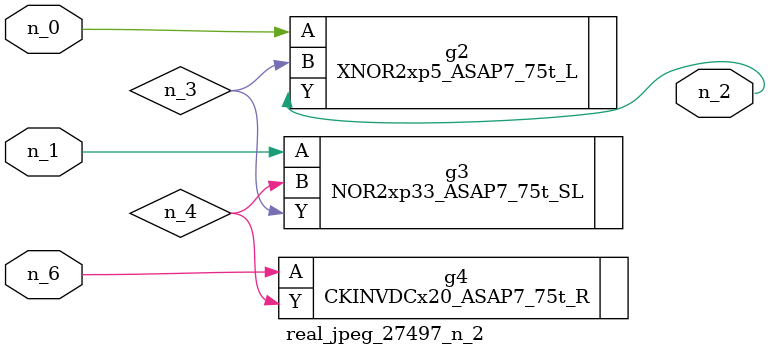
<source format=v>
module real_jpeg_27497_n_2 (n_6, n_1, n_0, n_2);

input n_6;
input n_1;
input n_0;

output n_2;

wire n_4;
wire n_3;

XNOR2xp5_ASAP7_75t_L g2 ( 
.A(n_0),
.B(n_3),
.Y(n_2)
);

NOR2xp33_ASAP7_75t_SL g3 ( 
.A(n_1),
.B(n_4),
.Y(n_3)
);

CKINVDCx20_ASAP7_75t_R g4 ( 
.A(n_6),
.Y(n_4)
);


endmodule
</source>
